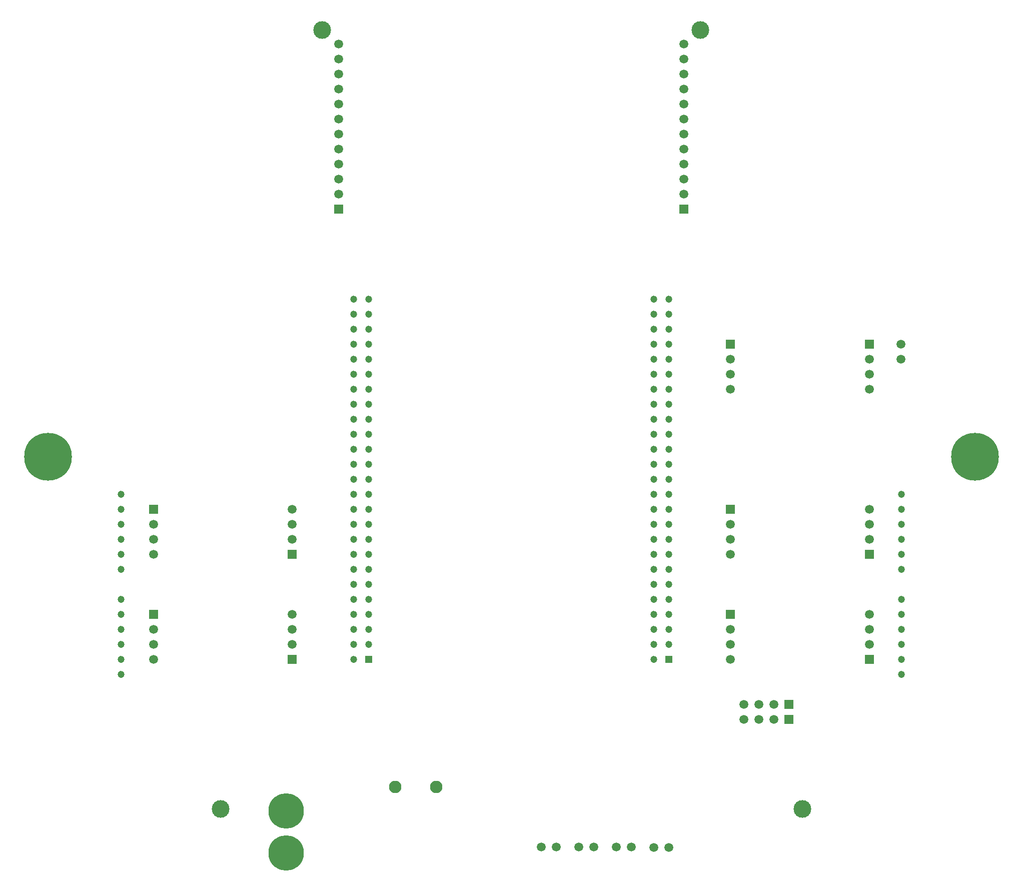
<source format=gbr>
G04 Layer_Color=255*
%FSLAX23Y23*%
%MOIN*%
%TF.FileFunction,Pads,Bot*%
%TF.Part,Single*%
G01*
G75*
%TA.AperFunction,ComponentPad*%
%ADD27C,0.083*%
%ADD28C,0.059*%
%ADD29R,0.059X0.059*%
%TA.AperFunction,ViaPad*%
%ADD30C,0.318*%
%ADD31C,0.118*%
%TA.AperFunction,ComponentPad*%
%ADD32C,0.047*%
%ADD33R,0.047X0.047*%
%ADD34C,0.236*%
%ADD35R,0.059X0.059*%
D27*
X-500Y-2200D02*
D03*
X-776D02*
D03*
D28*
X1150Y2750D02*
D03*
Y2650D02*
D03*
Y2550D02*
D03*
Y2450D02*
D03*
Y2350D02*
D03*
Y2250D02*
D03*
Y2150D02*
D03*
Y2050D02*
D03*
Y1950D02*
D03*
Y1850D02*
D03*
Y1750D02*
D03*
X-1150Y2750D02*
D03*
Y2650D02*
D03*
Y2550D02*
D03*
Y2450D02*
D03*
Y2350D02*
D03*
Y2250D02*
D03*
Y2150D02*
D03*
Y2050D02*
D03*
Y1950D02*
D03*
Y1850D02*
D03*
Y1750D02*
D03*
X2385Y-550D02*
D03*
Y-450D02*
D03*
Y-350D02*
D03*
Y-1250D02*
D03*
Y-1150D02*
D03*
Y-1050D02*
D03*
X1460Y-1150D02*
D03*
Y-1250D02*
D03*
Y-1350D02*
D03*
X-2385Y-450D02*
D03*
Y-550D02*
D03*
Y-650D02*
D03*
X-1460Y-550D02*
D03*
Y-450D02*
D03*
Y-350D02*
D03*
X-2385Y-1150D02*
D03*
Y-1250D02*
D03*
Y-1350D02*
D03*
X-1460Y-1250D02*
D03*
Y-1150D02*
D03*
Y-1050D02*
D03*
X1460Y-450D02*
D03*
Y-550D02*
D03*
Y-650D02*
D03*
X2385Y450D02*
D03*
Y550D02*
D03*
Y650D02*
D03*
X1460Y450D02*
D03*
Y550D02*
D03*
Y650D02*
D03*
X950Y-2605D02*
D03*
X1050D02*
D03*
X700Y-2600D02*
D03*
X800D02*
D03*
X550D02*
D03*
X450D02*
D03*
X300D02*
D03*
X200D02*
D03*
X2594Y750D02*
D03*
Y650D02*
D03*
X1550Y-1650D02*
D03*
X1650D02*
D03*
X1750D02*
D03*
Y-1750D02*
D03*
X1650D02*
D03*
X1550D02*
D03*
D29*
X1150Y1650D02*
D03*
X-1150D02*
D03*
X2385Y-650D02*
D03*
Y-1350D02*
D03*
X1460Y-1050D02*
D03*
X-2385Y-350D02*
D03*
X-1460Y-650D02*
D03*
X-2385Y-1050D02*
D03*
X-1460Y-1350D02*
D03*
X1460Y-350D02*
D03*
X2385Y750D02*
D03*
X1460D02*
D03*
D30*
X3087Y-0D02*
D03*
X-3087D02*
D03*
D31*
X-1937Y-2346D02*
D03*
X-1260Y2842D02*
D03*
X1260D02*
D03*
X1937Y-2346D02*
D03*
D32*
X-1050Y1050D02*
D03*
X-950D02*
D03*
X-1050Y950D02*
D03*
X-950D02*
D03*
X-1050Y850D02*
D03*
X-950D02*
D03*
X-1050Y750D02*
D03*
X-950D02*
D03*
X-1050Y650D02*
D03*
X-950D02*
D03*
X-1050Y550D02*
D03*
X-950D02*
D03*
X-1050Y450D02*
D03*
X-950D02*
D03*
X-1050Y350D02*
D03*
X-950D02*
D03*
X-1050Y250D02*
D03*
X-950D02*
D03*
X-1050Y150D02*
D03*
X-950D02*
D03*
X-1050Y50D02*
D03*
X-950D02*
D03*
X-1050Y-50D02*
D03*
X-950D02*
D03*
X-1050Y-150D02*
D03*
X-950D02*
D03*
X-1050Y-250D02*
D03*
X-950D02*
D03*
X-1050Y-350D02*
D03*
X-950D02*
D03*
X-1050Y-450D02*
D03*
X-950D02*
D03*
X-1050Y-550D02*
D03*
X-950D02*
D03*
X-1050Y-650D02*
D03*
X-950D02*
D03*
X-1050Y-750D02*
D03*
X-950D02*
D03*
X-1050Y-850D02*
D03*
X-950D02*
D03*
X-1050Y-950D02*
D03*
X-950D02*
D03*
X-1050Y-1050D02*
D03*
X-950D02*
D03*
X-1050Y-1150D02*
D03*
X-950D02*
D03*
X-1050Y-1250D02*
D03*
X-950D02*
D03*
X-1050Y-1350D02*
D03*
X950Y1050D02*
D03*
X1050D02*
D03*
X950Y950D02*
D03*
X1050D02*
D03*
X950Y850D02*
D03*
X1050D02*
D03*
X950Y750D02*
D03*
X1050D02*
D03*
X950Y650D02*
D03*
X1050D02*
D03*
X950Y550D02*
D03*
X1050D02*
D03*
X950Y450D02*
D03*
X1050D02*
D03*
X950Y350D02*
D03*
X1050D02*
D03*
X950Y250D02*
D03*
X1050D02*
D03*
X950Y150D02*
D03*
X1050D02*
D03*
X950Y50D02*
D03*
X1050D02*
D03*
X950Y-50D02*
D03*
X1050D02*
D03*
X950Y-150D02*
D03*
X1050D02*
D03*
X950Y-250D02*
D03*
X1050D02*
D03*
X950Y-350D02*
D03*
X1050D02*
D03*
X950Y-450D02*
D03*
X1050D02*
D03*
X950Y-550D02*
D03*
X1050D02*
D03*
X950Y-650D02*
D03*
X1050D02*
D03*
X950Y-750D02*
D03*
X1050D02*
D03*
X950Y-850D02*
D03*
X1050D02*
D03*
X950Y-950D02*
D03*
X1050D02*
D03*
X950Y-1050D02*
D03*
X1050D02*
D03*
X950Y-1150D02*
D03*
X1050D02*
D03*
X950Y-1250D02*
D03*
X1050D02*
D03*
X950Y-1350D02*
D03*
X2600Y-950D02*
D03*
Y-1050D02*
D03*
Y-1150D02*
D03*
Y-1250D02*
D03*
Y-1350D02*
D03*
Y-1450D02*
D03*
Y-250D02*
D03*
Y-350D02*
D03*
Y-450D02*
D03*
Y-550D02*
D03*
Y-650D02*
D03*
Y-750D02*
D03*
X-2600D02*
D03*
Y-650D02*
D03*
Y-550D02*
D03*
Y-450D02*
D03*
Y-350D02*
D03*
Y-250D02*
D03*
Y-1450D02*
D03*
Y-1350D02*
D03*
Y-1250D02*
D03*
Y-1150D02*
D03*
Y-1050D02*
D03*
Y-950D02*
D03*
D33*
X-950Y-1350D02*
D03*
X1050D02*
D03*
D34*
X-1500Y-2359D02*
D03*
Y-2641D02*
D03*
D35*
X1850Y-1650D02*
D03*
Y-1750D02*
D03*
%TF.MD5,51ba3ce33e4a74ed4bf1f8a539956c1e*%
M02*

</source>
